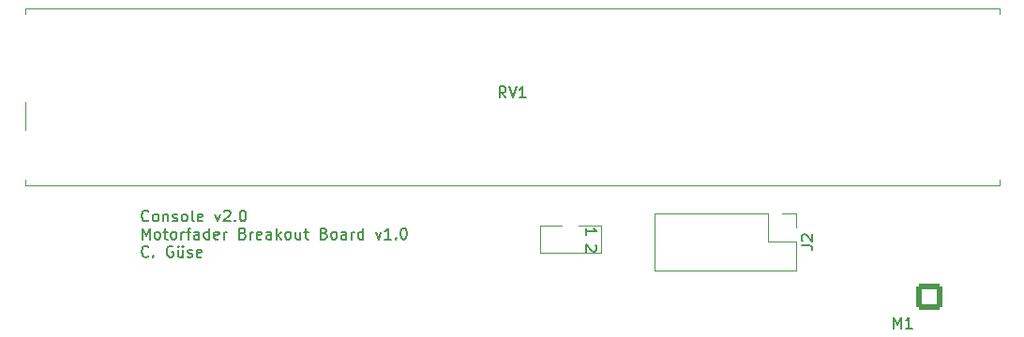
<source format=gto>
G04 #@! TF.GenerationSoftware,KiCad,Pcbnew,8.0.4*
G04 #@! TF.CreationDate,2024-09-19T22:50:53+02:00*
G04 #@! TF.ProjectId,Fader_Breakout,46616465-725f-4427-9265-616b6f75742e,rev?*
G04 #@! TF.SameCoordinates,Original*
G04 #@! TF.FileFunction,Legend,Top*
G04 #@! TF.FilePolarity,Positive*
%FSLAX46Y46*%
G04 Gerber Fmt 4.6, Leading zero omitted, Abs format (unit mm)*
G04 Created by KiCad (PCBNEW 8.0.4) date 2024-09-19 22:50:53*
%MOMM*%
%LPD*%
G01*
G04 APERTURE LIST*
G04 Aperture macros list*
%AMRoundRect*
0 Rectangle with rounded corners*
0 $1 Rounding radius*
0 $2 $3 $4 $5 $6 $7 $8 $9 X,Y pos of 4 corners*
0 Add a 4 corners polygon primitive as box body*
4,1,4,$2,$3,$4,$5,$6,$7,$8,$9,$2,$3,0*
0 Add four circle primitives for the rounded corners*
1,1,$1+$1,$2,$3*
1,1,$1+$1,$4,$5*
1,1,$1+$1,$6,$7*
1,1,$1+$1,$8,$9*
0 Add four rect primitives between the rounded corners*
20,1,$1+$1,$2,$3,$4,$5,0*
20,1,$1+$1,$4,$5,$6,$7,0*
20,1,$1+$1,$6,$7,$8,$9,0*
20,1,$1+$1,$8,$9,$2,$3,0*%
G04 Aperture macros list end*
%ADD10C,0.100000*%
%ADD11C,0.150000*%
%ADD12C,0.120000*%
%ADD13R,1.700000X1.700000*%
%ADD14O,1.700000X1.700000*%
%ADD15C,2.000000*%
%ADD16C,3.000000*%
%ADD17RoundRect,0.250001X0.899999X0.899999X-0.899999X0.899999X-0.899999X-0.899999X0.899999X-0.899999X0*%
%ADD18C,2.300000*%
G04 APERTURE END LIST*
D10*
X156750000Y-98500000D02*
X158750000Y-98500000D01*
X158750000Y-101000000D02*
X153250000Y-101000000D01*
X153250000Y-98500000D02*
X155250000Y-98500000D01*
X153250000Y-101000000D02*
X153250000Y-98500000D01*
X158750000Y-98500000D02*
X158750000Y-101000000D01*
D11*
X117908207Y-98054692D02*
X117860588Y-98102312D01*
X117860588Y-98102312D02*
X117717731Y-98149931D01*
X117717731Y-98149931D02*
X117622493Y-98149931D01*
X117622493Y-98149931D02*
X117479636Y-98102312D01*
X117479636Y-98102312D02*
X117384398Y-98007073D01*
X117384398Y-98007073D02*
X117336779Y-97911835D01*
X117336779Y-97911835D02*
X117289160Y-97721359D01*
X117289160Y-97721359D02*
X117289160Y-97578502D01*
X117289160Y-97578502D02*
X117336779Y-97388026D01*
X117336779Y-97388026D02*
X117384398Y-97292788D01*
X117384398Y-97292788D02*
X117479636Y-97197550D01*
X117479636Y-97197550D02*
X117622493Y-97149931D01*
X117622493Y-97149931D02*
X117717731Y-97149931D01*
X117717731Y-97149931D02*
X117860588Y-97197550D01*
X117860588Y-97197550D02*
X117908207Y-97245169D01*
X118479636Y-98149931D02*
X118384398Y-98102312D01*
X118384398Y-98102312D02*
X118336779Y-98054692D01*
X118336779Y-98054692D02*
X118289160Y-97959454D01*
X118289160Y-97959454D02*
X118289160Y-97673740D01*
X118289160Y-97673740D02*
X118336779Y-97578502D01*
X118336779Y-97578502D02*
X118384398Y-97530883D01*
X118384398Y-97530883D02*
X118479636Y-97483264D01*
X118479636Y-97483264D02*
X118622493Y-97483264D01*
X118622493Y-97483264D02*
X118717731Y-97530883D01*
X118717731Y-97530883D02*
X118765350Y-97578502D01*
X118765350Y-97578502D02*
X118812969Y-97673740D01*
X118812969Y-97673740D02*
X118812969Y-97959454D01*
X118812969Y-97959454D02*
X118765350Y-98054692D01*
X118765350Y-98054692D02*
X118717731Y-98102312D01*
X118717731Y-98102312D02*
X118622493Y-98149931D01*
X118622493Y-98149931D02*
X118479636Y-98149931D01*
X119241541Y-97483264D02*
X119241541Y-98149931D01*
X119241541Y-97578502D02*
X119289160Y-97530883D01*
X119289160Y-97530883D02*
X119384398Y-97483264D01*
X119384398Y-97483264D02*
X119527255Y-97483264D01*
X119527255Y-97483264D02*
X119622493Y-97530883D01*
X119622493Y-97530883D02*
X119670112Y-97626121D01*
X119670112Y-97626121D02*
X119670112Y-98149931D01*
X120098684Y-98102312D02*
X120193922Y-98149931D01*
X120193922Y-98149931D02*
X120384398Y-98149931D01*
X120384398Y-98149931D02*
X120479636Y-98102312D01*
X120479636Y-98102312D02*
X120527255Y-98007073D01*
X120527255Y-98007073D02*
X120527255Y-97959454D01*
X120527255Y-97959454D02*
X120479636Y-97864216D01*
X120479636Y-97864216D02*
X120384398Y-97816597D01*
X120384398Y-97816597D02*
X120241541Y-97816597D01*
X120241541Y-97816597D02*
X120146303Y-97768978D01*
X120146303Y-97768978D02*
X120098684Y-97673740D01*
X120098684Y-97673740D02*
X120098684Y-97626121D01*
X120098684Y-97626121D02*
X120146303Y-97530883D01*
X120146303Y-97530883D02*
X120241541Y-97483264D01*
X120241541Y-97483264D02*
X120384398Y-97483264D01*
X120384398Y-97483264D02*
X120479636Y-97530883D01*
X121098684Y-98149931D02*
X121003446Y-98102312D01*
X121003446Y-98102312D02*
X120955827Y-98054692D01*
X120955827Y-98054692D02*
X120908208Y-97959454D01*
X120908208Y-97959454D02*
X120908208Y-97673740D01*
X120908208Y-97673740D02*
X120955827Y-97578502D01*
X120955827Y-97578502D02*
X121003446Y-97530883D01*
X121003446Y-97530883D02*
X121098684Y-97483264D01*
X121098684Y-97483264D02*
X121241541Y-97483264D01*
X121241541Y-97483264D02*
X121336779Y-97530883D01*
X121336779Y-97530883D02*
X121384398Y-97578502D01*
X121384398Y-97578502D02*
X121432017Y-97673740D01*
X121432017Y-97673740D02*
X121432017Y-97959454D01*
X121432017Y-97959454D02*
X121384398Y-98054692D01*
X121384398Y-98054692D02*
X121336779Y-98102312D01*
X121336779Y-98102312D02*
X121241541Y-98149931D01*
X121241541Y-98149931D02*
X121098684Y-98149931D01*
X122003446Y-98149931D02*
X121908208Y-98102312D01*
X121908208Y-98102312D02*
X121860589Y-98007073D01*
X121860589Y-98007073D02*
X121860589Y-97149931D01*
X122765351Y-98102312D02*
X122670113Y-98149931D01*
X122670113Y-98149931D02*
X122479637Y-98149931D01*
X122479637Y-98149931D02*
X122384399Y-98102312D01*
X122384399Y-98102312D02*
X122336780Y-98007073D01*
X122336780Y-98007073D02*
X122336780Y-97626121D01*
X122336780Y-97626121D02*
X122384399Y-97530883D01*
X122384399Y-97530883D02*
X122479637Y-97483264D01*
X122479637Y-97483264D02*
X122670113Y-97483264D01*
X122670113Y-97483264D02*
X122765351Y-97530883D01*
X122765351Y-97530883D02*
X122812970Y-97626121D01*
X122812970Y-97626121D02*
X122812970Y-97721359D01*
X122812970Y-97721359D02*
X122336780Y-97816597D01*
X123908209Y-97483264D02*
X124146304Y-98149931D01*
X124146304Y-98149931D02*
X124384399Y-97483264D01*
X124717733Y-97245169D02*
X124765352Y-97197550D01*
X124765352Y-97197550D02*
X124860590Y-97149931D01*
X124860590Y-97149931D02*
X125098685Y-97149931D01*
X125098685Y-97149931D02*
X125193923Y-97197550D01*
X125193923Y-97197550D02*
X125241542Y-97245169D01*
X125241542Y-97245169D02*
X125289161Y-97340407D01*
X125289161Y-97340407D02*
X125289161Y-97435645D01*
X125289161Y-97435645D02*
X125241542Y-97578502D01*
X125241542Y-97578502D02*
X124670114Y-98149931D01*
X124670114Y-98149931D02*
X125289161Y-98149931D01*
X125717733Y-98054692D02*
X125765352Y-98102312D01*
X125765352Y-98102312D02*
X125717733Y-98149931D01*
X125717733Y-98149931D02*
X125670114Y-98102312D01*
X125670114Y-98102312D02*
X125717733Y-98054692D01*
X125717733Y-98054692D02*
X125717733Y-98149931D01*
X126384399Y-97149931D02*
X126479637Y-97149931D01*
X126479637Y-97149931D02*
X126574875Y-97197550D01*
X126574875Y-97197550D02*
X126622494Y-97245169D01*
X126622494Y-97245169D02*
X126670113Y-97340407D01*
X126670113Y-97340407D02*
X126717732Y-97530883D01*
X126717732Y-97530883D02*
X126717732Y-97768978D01*
X126717732Y-97768978D02*
X126670113Y-97959454D01*
X126670113Y-97959454D02*
X126622494Y-98054692D01*
X126622494Y-98054692D02*
X126574875Y-98102312D01*
X126574875Y-98102312D02*
X126479637Y-98149931D01*
X126479637Y-98149931D02*
X126384399Y-98149931D01*
X126384399Y-98149931D02*
X126289161Y-98102312D01*
X126289161Y-98102312D02*
X126241542Y-98054692D01*
X126241542Y-98054692D02*
X126193923Y-97959454D01*
X126193923Y-97959454D02*
X126146304Y-97768978D01*
X126146304Y-97768978D02*
X126146304Y-97530883D01*
X126146304Y-97530883D02*
X126193923Y-97340407D01*
X126193923Y-97340407D02*
X126241542Y-97245169D01*
X126241542Y-97245169D02*
X126289161Y-97197550D01*
X126289161Y-97197550D02*
X126384399Y-97149931D01*
X117336779Y-99759875D02*
X117336779Y-98759875D01*
X117336779Y-98759875D02*
X117670112Y-99474160D01*
X117670112Y-99474160D02*
X118003445Y-98759875D01*
X118003445Y-98759875D02*
X118003445Y-99759875D01*
X118622493Y-99759875D02*
X118527255Y-99712256D01*
X118527255Y-99712256D02*
X118479636Y-99664636D01*
X118479636Y-99664636D02*
X118432017Y-99569398D01*
X118432017Y-99569398D02*
X118432017Y-99283684D01*
X118432017Y-99283684D02*
X118479636Y-99188446D01*
X118479636Y-99188446D02*
X118527255Y-99140827D01*
X118527255Y-99140827D02*
X118622493Y-99093208D01*
X118622493Y-99093208D02*
X118765350Y-99093208D01*
X118765350Y-99093208D02*
X118860588Y-99140827D01*
X118860588Y-99140827D02*
X118908207Y-99188446D01*
X118908207Y-99188446D02*
X118955826Y-99283684D01*
X118955826Y-99283684D02*
X118955826Y-99569398D01*
X118955826Y-99569398D02*
X118908207Y-99664636D01*
X118908207Y-99664636D02*
X118860588Y-99712256D01*
X118860588Y-99712256D02*
X118765350Y-99759875D01*
X118765350Y-99759875D02*
X118622493Y-99759875D01*
X119241541Y-99093208D02*
X119622493Y-99093208D01*
X119384398Y-98759875D02*
X119384398Y-99617017D01*
X119384398Y-99617017D02*
X119432017Y-99712256D01*
X119432017Y-99712256D02*
X119527255Y-99759875D01*
X119527255Y-99759875D02*
X119622493Y-99759875D01*
X120098684Y-99759875D02*
X120003446Y-99712256D01*
X120003446Y-99712256D02*
X119955827Y-99664636D01*
X119955827Y-99664636D02*
X119908208Y-99569398D01*
X119908208Y-99569398D02*
X119908208Y-99283684D01*
X119908208Y-99283684D02*
X119955827Y-99188446D01*
X119955827Y-99188446D02*
X120003446Y-99140827D01*
X120003446Y-99140827D02*
X120098684Y-99093208D01*
X120098684Y-99093208D02*
X120241541Y-99093208D01*
X120241541Y-99093208D02*
X120336779Y-99140827D01*
X120336779Y-99140827D02*
X120384398Y-99188446D01*
X120384398Y-99188446D02*
X120432017Y-99283684D01*
X120432017Y-99283684D02*
X120432017Y-99569398D01*
X120432017Y-99569398D02*
X120384398Y-99664636D01*
X120384398Y-99664636D02*
X120336779Y-99712256D01*
X120336779Y-99712256D02*
X120241541Y-99759875D01*
X120241541Y-99759875D02*
X120098684Y-99759875D01*
X120860589Y-99759875D02*
X120860589Y-99093208D01*
X120860589Y-99283684D02*
X120908208Y-99188446D01*
X120908208Y-99188446D02*
X120955827Y-99140827D01*
X120955827Y-99140827D02*
X121051065Y-99093208D01*
X121051065Y-99093208D02*
X121146303Y-99093208D01*
X121336780Y-99093208D02*
X121717732Y-99093208D01*
X121479637Y-99759875D02*
X121479637Y-98902732D01*
X121479637Y-98902732D02*
X121527256Y-98807494D01*
X121527256Y-98807494D02*
X121622494Y-98759875D01*
X121622494Y-98759875D02*
X121717732Y-98759875D01*
X122479637Y-99759875D02*
X122479637Y-99236065D01*
X122479637Y-99236065D02*
X122432018Y-99140827D01*
X122432018Y-99140827D02*
X122336780Y-99093208D01*
X122336780Y-99093208D02*
X122146304Y-99093208D01*
X122146304Y-99093208D02*
X122051066Y-99140827D01*
X122479637Y-99712256D02*
X122384399Y-99759875D01*
X122384399Y-99759875D02*
X122146304Y-99759875D01*
X122146304Y-99759875D02*
X122051066Y-99712256D01*
X122051066Y-99712256D02*
X122003447Y-99617017D01*
X122003447Y-99617017D02*
X122003447Y-99521779D01*
X122003447Y-99521779D02*
X122051066Y-99426541D01*
X122051066Y-99426541D02*
X122146304Y-99378922D01*
X122146304Y-99378922D02*
X122384399Y-99378922D01*
X122384399Y-99378922D02*
X122479637Y-99331303D01*
X123384399Y-99759875D02*
X123384399Y-98759875D01*
X123384399Y-99712256D02*
X123289161Y-99759875D01*
X123289161Y-99759875D02*
X123098685Y-99759875D01*
X123098685Y-99759875D02*
X123003447Y-99712256D01*
X123003447Y-99712256D02*
X122955828Y-99664636D01*
X122955828Y-99664636D02*
X122908209Y-99569398D01*
X122908209Y-99569398D02*
X122908209Y-99283684D01*
X122908209Y-99283684D02*
X122955828Y-99188446D01*
X122955828Y-99188446D02*
X123003447Y-99140827D01*
X123003447Y-99140827D02*
X123098685Y-99093208D01*
X123098685Y-99093208D02*
X123289161Y-99093208D01*
X123289161Y-99093208D02*
X123384399Y-99140827D01*
X124241542Y-99712256D02*
X124146304Y-99759875D01*
X124146304Y-99759875D02*
X123955828Y-99759875D01*
X123955828Y-99759875D02*
X123860590Y-99712256D01*
X123860590Y-99712256D02*
X123812971Y-99617017D01*
X123812971Y-99617017D02*
X123812971Y-99236065D01*
X123812971Y-99236065D02*
X123860590Y-99140827D01*
X123860590Y-99140827D02*
X123955828Y-99093208D01*
X123955828Y-99093208D02*
X124146304Y-99093208D01*
X124146304Y-99093208D02*
X124241542Y-99140827D01*
X124241542Y-99140827D02*
X124289161Y-99236065D01*
X124289161Y-99236065D02*
X124289161Y-99331303D01*
X124289161Y-99331303D02*
X123812971Y-99426541D01*
X124717733Y-99759875D02*
X124717733Y-99093208D01*
X124717733Y-99283684D02*
X124765352Y-99188446D01*
X124765352Y-99188446D02*
X124812971Y-99140827D01*
X124812971Y-99140827D02*
X124908209Y-99093208D01*
X124908209Y-99093208D02*
X125003447Y-99093208D01*
X126432019Y-99236065D02*
X126574876Y-99283684D01*
X126574876Y-99283684D02*
X126622495Y-99331303D01*
X126622495Y-99331303D02*
X126670114Y-99426541D01*
X126670114Y-99426541D02*
X126670114Y-99569398D01*
X126670114Y-99569398D02*
X126622495Y-99664636D01*
X126622495Y-99664636D02*
X126574876Y-99712256D01*
X126574876Y-99712256D02*
X126479638Y-99759875D01*
X126479638Y-99759875D02*
X126098686Y-99759875D01*
X126098686Y-99759875D02*
X126098686Y-98759875D01*
X126098686Y-98759875D02*
X126432019Y-98759875D01*
X126432019Y-98759875D02*
X126527257Y-98807494D01*
X126527257Y-98807494D02*
X126574876Y-98855113D01*
X126574876Y-98855113D02*
X126622495Y-98950351D01*
X126622495Y-98950351D02*
X126622495Y-99045589D01*
X126622495Y-99045589D02*
X126574876Y-99140827D01*
X126574876Y-99140827D02*
X126527257Y-99188446D01*
X126527257Y-99188446D02*
X126432019Y-99236065D01*
X126432019Y-99236065D02*
X126098686Y-99236065D01*
X127098686Y-99759875D02*
X127098686Y-99093208D01*
X127098686Y-99283684D02*
X127146305Y-99188446D01*
X127146305Y-99188446D02*
X127193924Y-99140827D01*
X127193924Y-99140827D02*
X127289162Y-99093208D01*
X127289162Y-99093208D02*
X127384400Y-99093208D01*
X128098686Y-99712256D02*
X128003448Y-99759875D01*
X128003448Y-99759875D02*
X127812972Y-99759875D01*
X127812972Y-99759875D02*
X127717734Y-99712256D01*
X127717734Y-99712256D02*
X127670115Y-99617017D01*
X127670115Y-99617017D02*
X127670115Y-99236065D01*
X127670115Y-99236065D02*
X127717734Y-99140827D01*
X127717734Y-99140827D02*
X127812972Y-99093208D01*
X127812972Y-99093208D02*
X128003448Y-99093208D01*
X128003448Y-99093208D02*
X128098686Y-99140827D01*
X128098686Y-99140827D02*
X128146305Y-99236065D01*
X128146305Y-99236065D02*
X128146305Y-99331303D01*
X128146305Y-99331303D02*
X127670115Y-99426541D01*
X129003448Y-99759875D02*
X129003448Y-99236065D01*
X129003448Y-99236065D02*
X128955829Y-99140827D01*
X128955829Y-99140827D02*
X128860591Y-99093208D01*
X128860591Y-99093208D02*
X128670115Y-99093208D01*
X128670115Y-99093208D02*
X128574877Y-99140827D01*
X129003448Y-99712256D02*
X128908210Y-99759875D01*
X128908210Y-99759875D02*
X128670115Y-99759875D01*
X128670115Y-99759875D02*
X128574877Y-99712256D01*
X128574877Y-99712256D02*
X128527258Y-99617017D01*
X128527258Y-99617017D02*
X128527258Y-99521779D01*
X128527258Y-99521779D02*
X128574877Y-99426541D01*
X128574877Y-99426541D02*
X128670115Y-99378922D01*
X128670115Y-99378922D02*
X128908210Y-99378922D01*
X128908210Y-99378922D02*
X129003448Y-99331303D01*
X129479639Y-99759875D02*
X129479639Y-98759875D01*
X129574877Y-99378922D02*
X129860591Y-99759875D01*
X129860591Y-99093208D02*
X129479639Y-99474160D01*
X130432020Y-99759875D02*
X130336782Y-99712256D01*
X130336782Y-99712256D02*
X130289163Y-99664636D01*
X130289163Y-99664636D02*
X130241544Y-99569398D01*
X130241544Y-99569398D02*
X130241544Y-99283684D01*
X130241544Y-99283684D02*
X130289163Y-99188446D01*
X130289163Y-99188446D02*
X130336782Y-99140827D01*
X130336782Y-99140827D02*
X130432020Y-99093208D01*
X130432020Y-99093208D02*
X130574877Y-99093208D01*
X130574877Y-99093208D02*
X130670115Y-99140827D01*
X130670115Y-99140827D02*
X130717734Y-99188446D01*
X130717734Y-99188446D02*
X130765353Y-99283684D01*
X130765353Y-99283684D02*
X130765353Y-99569398D01*
X130765353Y-99569398D02*
X130717734Y-99664636D01*
X130717734Y-99664636D02*
X130670115Y-99712256D01*
X130670115Y-99712256D02*
X130574877Y-99759875D01*
X130574877Y-99759875D02*
X130432020Y-99759875D01*
X131622496Y-99093208D02*
X131622496Y-99759875D01*
X131193925Y-99093208D02*
X131193925Y-99617017D01*
X131193925Y-99617017D02*
X131241544Y-99712256D01*
X131241544Y-99712256D02*
X131336782Y-99759875D01*
X131336782Y-99759875D02*
X131479639Y-99759875D01*
X131479639Y-99759875D02*
X131574877Y-99712256D01*
X131574877Y-99712256D02*
X131622496Y-99664636D01*
X131955830Y-99093208D02*
X132336782Y-99093208D01*
X132098687Y-98759875D02*
X132098687Y-99617017D01*
X132098687Y-99617017D02*
X132146306Y-99712256D01*
X132146306Y-99712256D02*
X132241544Y-99759875D01*
X132241544Y-99759875D02*
X132336782Y-99759875D01*
X133765354Y-99236065D02*
X133908211Y-99283684D01*
X133908211Y-99283684D02*
X133955830Y-99331303D01*
X133955830Y-99331303D02*
X134003449Y-99426541D01*
X134003449Y-99426541D02*
X134003449Y-99569398D01*
X134003449Y-99569398D02*
X133955830Y-99664636D01*
X133955830Y-99664636D02*
X133908211Y-99712256D01*
X133908211Y-99712256D02*
X133812973Y-99759875D01*
X133812973Y-99759875D02*
X133432021Y-99759875D01*
X133432021Y-99759875D02*
X133432021Y-98759875D01*
X133432021Y-98759875D02*
X133765354Y-98759875D01*
X133765354Y-98759875D02*
X133860592Y-98807494D01*
X133860592Y-98807494D02*
X133908211Y-98855113D01*
X133908211Y-98855113D02*
X133955830Y-98950351D01*
X133955830Y-98950351D02*
X133955830Y-99045589D01*
X133955830Y-99045589D02*
X133908211Y-99140827D01*
X133908211Y-99140827D02*
X133860592Y-99188446D01*
X133860592Y-99188446D02*
X133765354Y-99236065D01*
X133765354Y-99236065D02*
X133432021Y-99236065D01*
X134574878Y-99759875D02*
X134479640Y-99712256D01*
X134479640Y-99712256D02*
X134432021Y-99664636D01*
X134432021Y-99664636D02*
X134384402Y-99569398D01*
X134384402Y-99569398D02*
X134384402Y-99283684D01*
X134384402Y-99283684D02*
X134432021Y-99188446D01*
X134432021Y-99188446D02*
X134479640Y-99140827D01*
X134479640Y-99140827D02*
X134574878Y-99093208D01*
X134574878Y-99093208D02*
X134717735Y-99093208D01*
X134717735Y-99093208D02*
X134812973Y-99140827D01*
X134812973Y-99140827D02*
X134860592Y-99188446D01*
X134860592Y-99188446D02*
X134908211Y-99283684D01*
X134908211Y-99283684D02*
X134908211Y-99569398D01*
X134908211Y-99569398D02*
X134860592Y-99664636D01*
X134860592Y-99664636D02*
X134812973Y-99712256D01*
X134812973Y-99712256D02*
X134717735Y-99759875D01*
X134717735Y-99759875D02*
X134574878Y-99759875D01*
X135765354Y-99759875D02*
X135765354Y-99236065D01*
X135765354Y-99236065D02*
X135717735Y-99140827D01*
X135717735Y-99140827D02*
X135622497Y-99093208D01*
X135622497Y-99093208D02*
X135432021Y-99093208D01*
X135432021Y-99093208D02*
X135336783Y-99140827D01*
X135765354Y-99712256D02*
X135670116Y-99759875D01*
X135670116Y-99759875D02*
X135432021Y-99759875D01*
X135432021Y-99759875D02*
X135336783Y-99712256D01*
X135336783Y-99712256D02*
X135289164Y-99617017D01*
X135289164Y-99617017D02*
X135289164Y-99521779D01*
X135289164Y-99521779D02*
X135336783Y-99426541D01*
X135336783Y-99426541D02*
X135432021Y-99378922D01*
X135432021Y-99378922D02*
X135670116Y-99378922D01*
X135670116Y-99378922D02*
X135765354Y-99331303D01*
X136241545Y-99759875D02*
X136241545Y-99093208D01*
X136241545Y-99283684D02*
X136289164Y-99188446D01*
X136289164Y-99188446D02*
X136336783Y-99140827D01*
X136336783Y-99140827D02*
X136432021Y-99093208D01*
X136432021Y-99093208D02*
X136527259Y-99093208D01*
X137289164Y-99759875D02*
X137289164Y-98759875D01*
X137289164Y-99712256D02*
X137193926Y-99759875D01*
X137193926Y-99759875D02*
X137003450Y-99759875D01*
X137003450Y-99759875D02*
X136908212Y-99712256D01*
X136908212Y-99712256D02*
X136860593Y-99664636D01*
X136860593Y-99664636D02*
X136812974Y-99569398D01*
X136812974Y-99569398D02*
X136812974Y-99283684D01*
X136812974Y-99283684D02*
X136860593Y-99188446D01*
X136860593Y-99188446D02*
X136908212Y-99140827D01*
X136908212Y-99140827D02*
X137003450Y-99093208D01*
X137003450Y-99093208D02*
X137193926Y-99093208D01*
X137193926Y-99093208D02*
X137289164Y-99140827D01*
X138432022Y-99093208D02*
X138670117Y-99759875D01*
X138670117Y-99759875D02*
X138908212Y-99093208D01*
X139812974Y-99759875D02*
X139241546Y-99759875D01*
X139527260Y-99759875D02*
X139527260Y-98759875D01*
X139527260Y-98759875D02*
X139432022Y-98902732D01*
X139432022Y-98902732D02*
X139336784Y-98997970D01*
X139336784Y-98997970D02*
X139241546Y-99045589D01*
X140241546Y-99664636D02*
X140289165Y-99712256D01*
X140289165Y-99712256D02*
X140241546Y-99759875D01*
X140241546Y-99759875D02*
X140193927Y-99712256D01*
X140193927Y-99712256D02*
X140241546Y-99664636D01*
X140241546Y-99664636D02*
X140241546Y-99759875D01*
X140908212Y-98759875D02*
X141003450Y-98759875D01*
X141003450Y-98759875D02*
X141098688Y-98807494D01*
X141098688Y-98807494D02*
X141146307Y-98855113D01*
X141146307Y-98855113D02*
X141193926Y-98950351D01*
X141193926Y-98950351D02*
X141241545Y-99140827D01*
X141241545Y-99140827D02*
X141241545Y-99378922D01*
X141241545Y-99378922D02*
X141193926Y-99569398D01*
X141193926Y-99569398D02*
X141146307Y-99664636D01*
X141146307Y-99664636D02*
X141098688Y-99712256D01*
X141098688Y-99712256D02*
X141003450Y-99759875D01*
X141003450Y-99759875D02*
X140908212Y-99759875D01*
X140908212Y-99759875D02*
X140812974Y-99712256D01*
X140812974Y-99712256D02*
X140765355Y-99664636D01*
X140765355Y-99664636D02*
X140717736Y-99569398D01*
X140717736Y-99569398D02*
X140670117Y-99378922D01*
X140670117Y-99378922D02*
X140670117Y-99140827D01*
X140670117Y-99140827D02*
X140717736Y-98950351D01*
X140717736Y-98950351D02*
X140765355Y-98855113D01*
X140765355Y-98855113D02*
X140812974Y-98807494D01*
X140812974Y-98807494D02*
X140908212Y-98759875D01*
X117908207Y-101274580D02*
X117860588Y-101322200D01*
X117860588Y-101322200D02*
X117717731Y-101369819D01*
X117717731Y-101369819D02*
X117622493Y-101369819D01*
X117622493Y-101369819D02*
X117479636Y-101322200D01*
X117479636Y-101322200D02*
X117384398Y-101226961D01*
X117384398Y-101226961D02*
X117336779Y-101131723D01*
X117336779Y-101131723D02*
X117289160Y-100941247D01*
X117289160Y-100941247D02*
X117289160Y-100798390D01*
X117289160Y-100798390D02*
X117336779Y-100607914D01*
X117336779Y-100607914D02*
X117384398Y-100512676D01*
X117384398Y-100512676D02*
X117479636Y-100417438D01*
X117479636Y-100417438D02*
X117622493Y-100369819D01*
X117622493Y-100369819D02*
X117717731Y-100369819D01*
X117717731Y-100369819D02*
X117860588Y-100417438D01*
X117860588Y-100417438D02*
X117908207Y-100465057D01*
X118336779Y-101274580D02*
X118384398Y-101322200D01*
X118384398Y-101322200D02*
X118336779Y-101369819D01*
X118336779Y-101369819D02*
X118289160Y-101322200D01*
X118289160Y-101322200D02*
X118336779Y-101274580D01*
X118336779Y-101274580D02*
X118336779Y-101369819D01*
X120098683Y-100417438D02*
X120003445Y-100369819D01*
X120003445Y-100369819D02*
X119860588Y-100369819D01*
X119860588Y-100369819D02*
X119717731Y-100417438D01*
X119717731Y-100417438D02*
X119622493Y-100512676D01*
X119622493Y-100512676D02*
X119574874Y-100607914D01*
X119574874Y-100607914D02*
X119527255Y-100798390D01*
X119527255Y-100798390D02*
X119527255Y-100941247D01*
X119527255Y-100941247D02*
X119574874Y-101131723D01*
X119574874Y-101131723D02*
X119622493Y-101226961D01*
X119622493Y-101226961D02*
X119717731Y-101322200D01*
X119717731Y-101322200D02*
X119860588Y-101369819D01*
X119860588Y-101369819D02*
X119955826Y-101369819D01*
X119955826Y-101369819D02*
X120098683Y-101322200D01*
X120098683Y-101322200D02*
X120146302Y-101274580D01*
X120146302Y-101274580D02*
X120146302Y-100941247D01*
X120146302Y-100941247D02*
X119955826Y-100941247D01*
X121003445Y-100703152D02*
X121003445Y-101369819D01*
X120574874Y-100703152D02*
X120574874Y-101226961D01*
X120574874Y-101226961D02*
X120622493Y-101322200D01*
X120622493Y-101322200D02*
X120717731Y-101369819D01*
X120717731Y-101369819D02*
X120860588Y-101369819D01*
X120860588Y-101369819D02*
X120955826Y-101322200D01*
X120955826Y-101322200D02*
X121003445Y-101274580D01*
X120622493Y-100369819D02*
X120670112Y-100417438D01*
X120670112Y-100417438D02*
X120622493Y-100465057D01*
X120622493Y-100465057D02*
X120574874Y-100417438D01*
X120574874Y-100417438D02*
X120622493Y-100369819D01*
X120622493Y-100369819D02*
X120622493Y-100465057D01*
X121003445Y-100369819D02*
X121051064Y-100417438D01*
X121051064Y-100417438D02*
X121003445Y-100465057D01*
X121003445Y-100465057D02*
X120955826Y-100417438D01*
X120955826Y-100417438D02*
X121003445Y-100369819D01*
X121003445Y-100369819D02*
X121003445Y-100465057D01*
X121432017Y-101322200D02*
X121527255Y-101369819D01*
X121527255Y-101369819D02*
X121717731Y-101369819D01*
X121717731Y-101369819D02*
X121812969Y-101322200D01*
X121812969Y-101322200D02*
X121860588Y-101226961D01*
X121860588Y-101226961D02*
X121860588Y-101179342D01*
X121860588Y-101179342D02*
X121812969Y-101084104D01*
X121812969Y-101084104D02*
X121717731Y-101036485D01*
X121717731Y-101036485D02*
X121574874Y-101036485D01*
X121574874Y-101036485D02*
X121479636Y-100988866D01*
X121479636Y-100988866D02*
X121432017Y-100893628D01*
X121432017Y-100893628D02*
X121432017Y-100846009D01*
X121432017Y-100846009D02*
X121479636Y-100750771D01*
X121479636Y-100750771D02*
X121574874Y-100703152D01*
X121574874Y-100703152D02*
X121717731Y-100703152D01*
X121717731Y-100703152D02*
X121812969Y-100750771D01*
X122670112Y-101322200D02*
X122574874Y-101369819D01*
X122574874Y-101369819D02*
X122384398Y-101369819D01*
X122384398Y-101369819D02*
X122289160Y-101322200D01*
X122289160Y-101322200D02*
X122241541Y-101226961D01*
X122241541Y-101226961D02*
X122241541Y-100846009D01*
X122241541Y-100846009D02*
X122289160Y-100750771D01*
X122289160Y-100750771D02*
X122384398Y-100703152D01*
X122384398Y-100703152D02*
X122574874Y-100703152D01*
X122574874Y-100703152D02*
X122670112Y-100750771D01*
X122670112Y-100750771D02*
X122717731Y-100846009D01*
X122717731Y-100846009D02*
X122717731Y-100941247D01*
X122717731Y-100941247D02*
X122241541Y-101036485D01*
X157380180Y-99360588D02*
X157380180Y-98789160D01*
X157380180Y-99074874D02*
X158380180Y-99074874D01*
X158380180Y-99074874D02*
X158237323Y-98979636D01*
X158237323Y-98979636D02*
X158142085Y-98884398D01*
X158142085Y-98884398D02*
X158094466Y-98789160D01*
X158284942Y-100289160D02*
X158332561Y-100336779D01*
X158332561Y-100336779D02*
X158380180Y-100432017D01*
X158380180Y-100432017D02*
X158380180Y-100670112D01*
X158380180Y-100670112D02*
X158332561Y-100765350D01*
X158332561Y-100765350D02*
X158284942Y-100812969D01*
X158284942Y-100812969D02*
X158189704Y-100860588D01*
X158189704Y-100860588D02*
X158094466Y-100860588D01*
X158094466Y-100860588D02*
X157951609Y-100812969D01*
X157951609Y-100812969D02*
X157380180Y-100241541D01*
X157380180Y-100241541D02*
X157380180Y-100860588D01*
X176859819Y-100328333D02*
X177574104Y-100328333D01*
X177574104Y-100328333D02*
X177716961Y-100375952D01*
X177716961Y-100375952D02*
X177812200Y-100471190D01*
X177812200Y-100471190D02*
X177859819Y-100614047D01*
X177859819Y-100614047D02*
X177859819Y-100709285D01*
X176955057Y-99899761D02*
X176907438Y-99852142D01*
X176907438Y-99852142D02*
X176859819Y-99756904D01*
X176859819Y-99756904D02*
X176859819Y-99518809D01*
X176859819Y-99518809D02*
X176907438Y-99423571D01*
X176907438Y-99423571D02*
X176955057Y-99375952D01*
X176955057Y-99375952D02*
X177050295Y-99328333D01*
X177050295Y-99328333D02*
X177145533Y-99328333D01*
X177145533Y-99328333D02*
X177288390Y-99375952D01*
X177288390Y-99375952D02*
X177859819Y-99947380D01*
X177859819Y-99947380D02*
X177859819Y-99328333D01*
X150154761Y-86954819D02*
X149821428Y-86478628D01*
X149583333Y-86954819D02*
X149583333Y-85954819D01*
X149583333Y-85954819D02*
X149964285Y-85954819D01*
X149964285Y-85954819D02*
X150059523Y-86002438D01*
X150059523Y-86002438D02*
X150107142Y-86050057D01*
X150107142Y-86050057D02*
X150154761Y-86145295D01*
X150154761Y-86145295D02*
X150154761Y-86288152D01*
X150154761Y-86288152D02*
X150107142Y-86383390D01*
X150107142Y-86383390D02*
X150059523Y-86431009D01*
X150059523Y-86431009D02*
X149964285Y-86478628D01*
X149964285Y-86478628D02*
X149583333Y-86478628D01*
X150440476Y-85954819D02*
X150773809Y-86954819D01*
X150773809Y-86954819D02*
X151107142Y-85954819D01*
X151964285Y-86954819D02*
X151392857Y-86954819D01*
X151678571Y-86954819D02*
X151678571Y-85954819D01*
X151678571Y-85954819D02*
X151583333Y-86097676D01*
X151583333Y-86097676D02*
X151488095Y-86192914D01*
X151488095Y-86192914D02*
X151392857Y-86240533D01*
X185190476Y-107804819D02*
X185190476Y-106804819D01*
X185190476Y-106804819D02*
X185523809Y-107519104D01*
X185523809Y-107519104D02*
X185857142Y-106804819D01*
X185857142Y-106804819D02*
X185857142Y-107804819D01*
X186857142Y-107804819D02*
X186285714Y-107804819D01*
X186571428Y-107804819D02*
X186571428Y-106804819D01*
X186571428Y-106804819D02*
X186476190Y-106947676D01*
X186476190Y-106947676D02*
X186380952Y-107042914D01*
X186380952Y-107042914D02*
X186285714Y-107090533D01*
D12*
X163585000Y-97395000D02*
X163585000Y-102595000D01*
X173805000Y-97395000D02*
X163585000Y-97395000D01*
X173805000Y-97395000D02*
X173805000Y-99995000D01*
X173805000Y-99995000D02*
X176405000Y-99995000D01*
X175075000Y-97395000D02*
X176405000Y-97395000D01*
X176405000Y-97395000D02*
X176405000Y-98725000D01*
X176405000Y-99995000D02*
X176405000Y-102595000D01*
X176405000Y-102595000D02*
X163585000Y-102595000D01*
D10*
X106750000Y-78875000D02*
X106750000Y-79375000D01*
X106750000Y-78875000D02*
X194750000Y-78875000D01*
X106750000Y-89875000D02*
X106750000Y-87375000D01*
X106750000Y-94375000D02*
X106750000Y-94875000D01*
X194750000Y-78875000D02*
X194750000Y-79375000D01*
X194750000Y-94375000D02*
X194750000Y-94875000D01*
X194750000Y-94875000D02*
X106750000Y-94875000D01*
%LPC*%
D13*
X175075000Y-98725000D03*
D14*
X175075000Y-101265000D03*
X172535000Y-98725000D03*
X172535000Y-101265000D03*
X169995000Y-98725000D03*
X169995000Y-101265000D03*
X167455000Y-98725000D03*
X167455000Y-101265000D03*
X164915000Y-98725000D03*
X164915000Y-101265000D03*
D15*
X124900000Y-86875000D03*
X176600000Y-86875000D03*
D16*
X194500000Y-85000000D03*
X194500000Y-88750000D03*
X194500000Y-81250000D03*
X194500000Y-92500000D03*
X107000000Y-81250000D03*
X107000000Y-92500000D03*
X107000000Y-85000000D03*
D17*
X188400000Y-105000000D03*
D18*
X183600000Y-105000000D03*
%LPD*%
M02*

</source>
